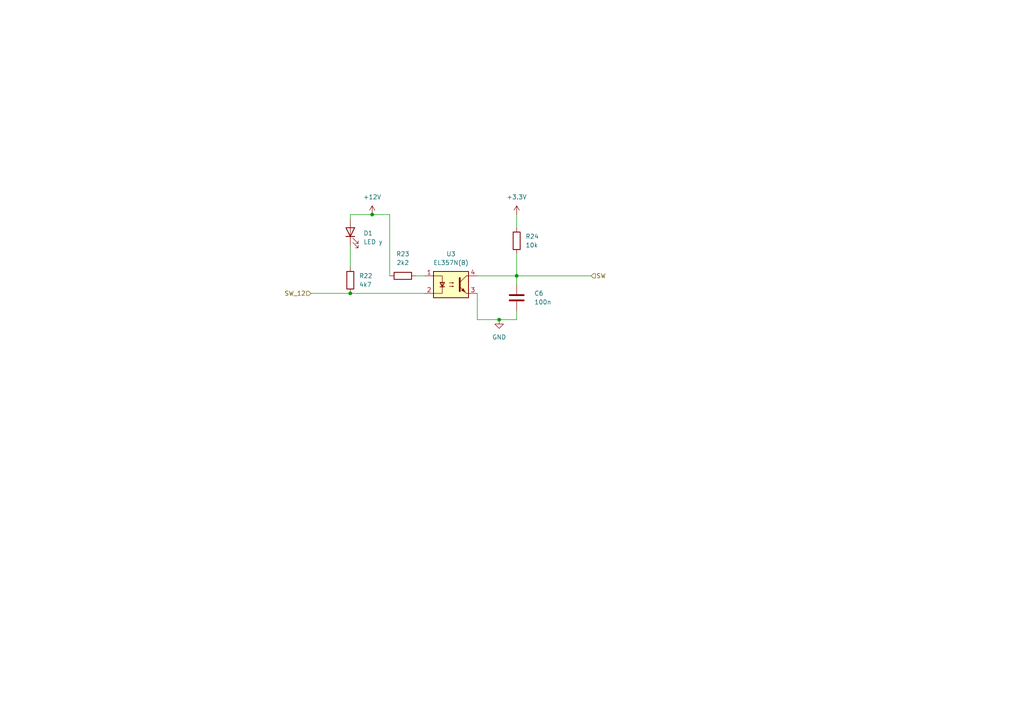
<source format=kicad_sch>
(kicad_sch (version 20211123) (generator eeschema)
  (paper "A4")
  (title_block (title "GRBLhal Boosterpack") (date "2022-12-20") (rev "1.2") (comment 1 "by Sönke Peters") (comment 2 "based on work by Terje Io and Expatria Technologies") (comment 4 "Licensed under CERN OHL v.1.2 or later"))
  (lib_symbols
    (symbol "Device:C" (pin_numbers hide) (pin_names (offset 0.254))
      (property "Reference" "C" (at 0.635 2.54 0))
      (property "Value" "C" (at 0.635 -2.54 0))
      (symbol "C_0_1"
        (polyline (pts (xy -2.032 -0.762) (xy 2.032 -0.762)) (stroke (width 0.508)))
        (polyline (pts (xy -2.032 0.762) (xy 2.032 0.762)) (stroke (width 0.508)))
      )
      (symbol "C_1_1"
        (pin passive line (at 0 3.81 270) (length 2.794) (name "~") (number "1"))
        (pin passive line (at 0 -3.81 90) (length 2.794) (name "~") (number "2"))
      )
    )
    (symbol "Device:LED" (pin_numbers hide) (pin_names (offset 1.016) hide)
      (property "Reference" "D" (at 0 2.54 0))
      (property "Value" "LED" (at 0 -2.54 0))
      (symbol "LED_0_1"
        (polyline (pts (xy -1.27 -1.27) (xy -1.27 1.27)) (stroke (width 0.254)))
        (polyline (pts (xy -1.27 0) (xy 1.27 0)))
        (polyline (pts (xy 1.27 -1.27) (xy 1.27 1.27) (xy -1.27 0) (xy 1.27 -1.27)) (stroke (width 0.254)))
        (polyline (pts (xy -3.048 -0.762) (xy -4.572 -2.286) (xy -3.81 -2.286) (xy -4.572 -2.286) (xy -4.572 -1.524)))
        (polyline (pts (xy -1.778 -0.762) (xy -3.302 -2.286) (xy -2.54 -2.286) (xy -3.302 -2.286) (xy -3.302 -1.524)))
      )
      (symbol "LED_1_1"
        (pin passive line (at -3.81 0 0) (length 2.54) (name "K") (number "1"))
        (pin passive line (at 3.81 0 180) (length 2.54) (name "A") (number "2"))
      )
    )
    (symbol "Device:R" (pin_numbers hide) (pin_names (offset 0))
      (property "Reference" "R" (at 2.032 0 90))
      (property "Value" "R" (at 0 0 90))
      (symbol "R_0_1"
        (rectangle (start -1.016 -2.54) (end 1.016 2.54) (stroke (width 0.254)))
      )
      (symbol "R_1_1"
        (pin passive line (at 0 3.81 270) (length 1.27) (name "~") (number "1"))
        (pin passive line (at 0 -3.81 90) (length 1.27) (name "~") (number "2"))
      )
    )
    (symbol "Isolator:LTV-357T" (pin_names (offset 1.016))
      (property "Reference" "U" (at -5.334 4.826 0))
      (property "Value" "LTV-357T" (at 0 5.08 0))
      (symbol "LTV-357T_0_1"
        (rectangle (start -5.08 3.81) (end 5.08 -3.81) (stroke (width 0.254)) (fill (type background)))
        (polyline (pts (xy -3.175 -0.635) (xy -1.905 -0.635)) (stroke (width 0.254)))
        (polyline (pts (xy 2.54 0.635) (xy 4.445 2.54)))
        (polyline (pts (xy 4.445 -2.54) (xy 2.54 -0.635)) (fill (type outline)))
        (polyline (pts (xy 4.445 -2.54) (xy 5.08 -2.54)))
        (polyline (pts (xy 4.445 2.54) (xy 5.08 2.54)))
        (polyline (pts (xy -5.08 2.54) (xy -2.54 2.54) (xy -2.54 -0.762)))
        (polyline (pts (xy -2.54 -0.635) (xy -2.54 -2.54) (xy -5.08 -2.54)))
        (polyline (pts (xy 2.54 1.905) (xy 2.54 -1.905) (xy 2.54 -1.905)) (stroke (width 0.508)))
        (polyline (pts (xy -2.54 -0.635) (xy -3.175 0.635) (xy -1.905 0.635) (xy -2.54 -0.635)) (stroke (width 0.254)))
        (polyline (pts (xy -0.508 -0.508) (xy 0.762 -0.508) (xy 0.381 -0.635) (xy 0.381 -0.381) (xy 0.762 -0.508)))
        (polyline (pts (xy -0.508 0.508) (xy 0.762 0.508) (xy 0.381 0.381) (xy 0.381 0.635) (xy 0.762 0.508)))
        (polyline (pts (xy 3.048 -1.651) (xy 3.556 -1.143) (xy 4.064 -2.159) (xy 3.048 -1.651) (xy 3.048 -1.651)) (fill (type outline)))
      )
      (symbol "LTV-357T_1_1"
        (pin passive line (at -7.62 2.54 0) (length 2.54) (name "~") (number "1"))
        (pin passive line (at -7.62 -2.54 0) (length 2.54) (name "~") (number "2"))
        (pin passive line (at 7.62 -2.54 180) (length 2.54) (name "~") (number "3"))
        (pin passive line (at 7.62 2.54 180) (length 2.54) (name "~") (number "4"))
      )
    )
    (symbol "power:+12V" (power) (pin_names (offset 0))
      (property "Value" "+12V" (at 0 3.556 0))
      (symbol "+12V_0_1"
        (polyline (pts (xy -0.762 1.27) (xy 0 2.54)))
        (polyline (pts (xy 0 0) (xy 0 2.54)))
        (polyline (pts (xy 0 2.54) (xy 0.762 1.27)))
      )
      (symbol "+12V_1_1"
        (pin power_in line (at 0 0 90) (length 0) hide (name "+12V") (number "1"))
      )
    )
    (symbol "power:+3.3V" (power) (pin_names (offset 0))
      (property "Value" "+3.3V" (at 0 3.556 0))
      (symbol "+3.3V_0_1"
        (polyline (pts (xy -0.762 1.27) (xy 0 2.54)))
        (polyline (pts (xy 0 0) (xy 0 2.54)))
        (polyline (pts (xy 0 2.54) (xy 0.762 1.27)))
      )
      (symbol "+3.3V_1_1"
        (pin power_in line (at 0 0 90) (length 0) hide (name "+3.3V") (number "1"))
      )
    )
    (symbol "power:GND" (power) (pin_names (offset 0))
      (property "Value" "GND" (at 0 -3.81 0))
      (symbol "GND_0_1"
        (polyline (pts (xy 0 0) (xy 0 -1.27) (xy 1.27 -1.27) (xy 0 -2.54) (xy -1.27 -1.27) (xy 0 -1.27)))
      )
      (symbol "GND_1_1"
        (pin power_in line (at 0 0 270) (length 0) hide (name "GND") (number "1"))
      )
    )
  )
  (junction (at 101.6 85.09))
  (junction (at 144.78 92.71))
  (junction (at 107.95 62.23))
  (junction (at 149.86 80.01))
  (wire (pts (xy 101.6 71.12) (xy 101.6 77.47)))
  (wire (pts (xy 107.95 62.23) (xy 101.6 62.23)))
  (wire (pts (xy 101.6 85.09) (xy 123.19 85.09)))
  (wire (pts (xy 113.03 62.23) (xy 107.95 62.23)))
  (wire (pts (xy 138.43 80.01) (xy 149.86 80.01)))
  (wire (pts (xy 149.86 80.01) (xy 171.45 80.01)))
  (wire (pts (xy 149.86 73.66) (xy 149.86 80.01)))
  (wire (pts (xy 101.6 62.23) (xy 101.6 63.5)))
  (wire (pts (xy 138.43 85.09) (xy 138.43 92.71)))
  (wire (pts (xy 149.86 62.23) (xy 149.86 66.04)))
  (wire (pts (xy 149.86 80.01) (xy 149.86 82.55)))
  (wire (pts (xy 120.65 80.01) (xy 123.19 80.01)))
  (wire (pts (xy 149.86 90.17) (xy 149.86 92.71)))
  (wire (pts (xy 144.78 92.71) (xy 149.86 92.71)))
  (wire (pts (xy 90.17 85.09) (xy 101.6 85.09)))
  (wire (pts (xy 138.43 92.71) (xy 144.78 92.71)))
  (wire (pts (xy 113.03 80.01) (xy 113.03 62.23)))
  (hierarchical_label "SW_12" (shape input) (at 90.17 85.09 180))
  (hierarchical_label "SW" (shape input) (at 171.45 80.01 0))
  (symbol (lib_id "Isolator:LTV-357T") (at 130.81 82.55 0) (unit 1)
    (property "Reference" "U3" (at 130.81 73.66 0))
    (property "Value" "EL357N(B)" (at 130.81 76.2 0))
    (property "Footprint" "Library:SO-5_4.4x3.6mm_P1.27mm_fake" (effects hide))
    (property "Datasheet" "https://datasheet.lcsc.com/lcsc/1809192312_Everlight-Elec-EL357N-B-TA-G_C6649.pdf" (effects hide))
    (property "LCSC Part #" "C6649" (effects hide))
  )
  (symbol (lib_id "Device:R") (at 149.86 69.85 180) (unit 1)
    (property "Reference" "R24" (at 152.4 68.5799 0) (effects (justify right)))
    (property "Value" "10k" (at 152.4 71.1199 0) (effects (justify right)))
    (property "Footprint" "Resistor_SMD:R_0603_1608Metric" (effects hide))
    (property "Datasheet" "https://datasheet.lcsc.com/lcsc/2206010045_UNI-ROYAL-Uniroyal-Elec-0603WAF1002T5E_C25804.pdf" (effects hide))
    (property "LCSC Part #" "C25804" (effects hide))
  )
  (symbol (lib_id "power:GND") (at 144.78 92.71 0) (unit 1)
    (property "Reference" "#PWR026" (effects hide))
    (property "Value" "GND" (at 144.78 97.79 0))
  )
  (symbol (lib_id "power:+3.3V") (at 149.86 62.23 0) (unit 1)
    (property "Reference" "#PWR027" (effects hide))
    (property "Value" "+3.3V" (at 149.86 57.15 0))
  )
  (symbol (lib_id "Device:C") (at 149.86 86.36 0) (unit 1)
    (property "Reference" "C6" (at 154.94 85.0899 0) (effects (justify left)))
    (property "Value" "100n" (at 154.94 87.6299 0) (effects (justify left)))
    (property "Footprint" "Capacitor_SMD:C_0603_1608Metric" (effects hide))
    (property "Datasheet" "https://datasheet.lcsc.com/lcsc/1809301912_YAGEO-CC0603KRX7R9BB104_C14663.pdf" (effects hide))
    (property "LCSC Part #" "C14663" (effects hide))
  )
  (symbol (lib_id "Device:R") (at 101.6 81.28 180) (unit 1)
    (property "Reference" "R22" (at 104.14 80.0099 0) (effects (justify right)))
    (property "Value" "4k7" (at 104.14 82.5499 0) (effects (justify right)))
    (property "Footprint" "Resistor_SMD:R_0603_1608Metric" (effects hide))
    (property "Datasheet" "https://datasheet.lcsc.com/lcsc/2206010116_UNI-ROYAL-Uniroyal-Elec-0603WAF4701T5E_C23162.pdf" (effects hide))
    (property "LCSC Part #" "C23162" (effects hide))
  )
  (symbol (lib_id "power:+12V") (at 107.95 62.23 0) (unit 1)
    (property "Reference" "#PWR025" (effects hide))
    (property "Value" "+12V" (at 107.95 57.15 0))
  )
  (symbol (lib_id "Device:LED") (at 101.6 67.31 90) (unit 1)
    (property "Reference" "D1" (at 105.41 67.6274 90) (effects (justify right)))
    (property "Value" "LED y" (at 105.41 70.1674 90) (effects (justify right)))
    (property "Footprint" "LED_SMD:LED_0805_2012Metric" (effects hide))
    (property "Datasheet" "https://jlcpcb.com/partdetail/Hubei_KentoElec-17_21SUYCTR8/C2296" (effects hide))
    (property "LCSC Part #" "C2296" (effects hide))
  )
  (symbol (lib_id "Device:R") (at 116.84 80.01 90) (unit 1)
    (property "Reference" "R23" (at 116.84 73.66 90))
    (property "Value" "2k2" (at 116.84 76.2 90))
    (property "Footprint" "Resistor_SMD:R_0603_1608Metric" (effects hide))
    (property "Datasheet" "https://datasheet.lcsc.com/lcsc/2206010230_UNI-ROYAL-Uniroyal-Elec-0603WAF2201T5E_C4190.pdf" (effects hide))
    (property "LCSC Part #" "C4190" (effects hide))
  )
)
</source>
